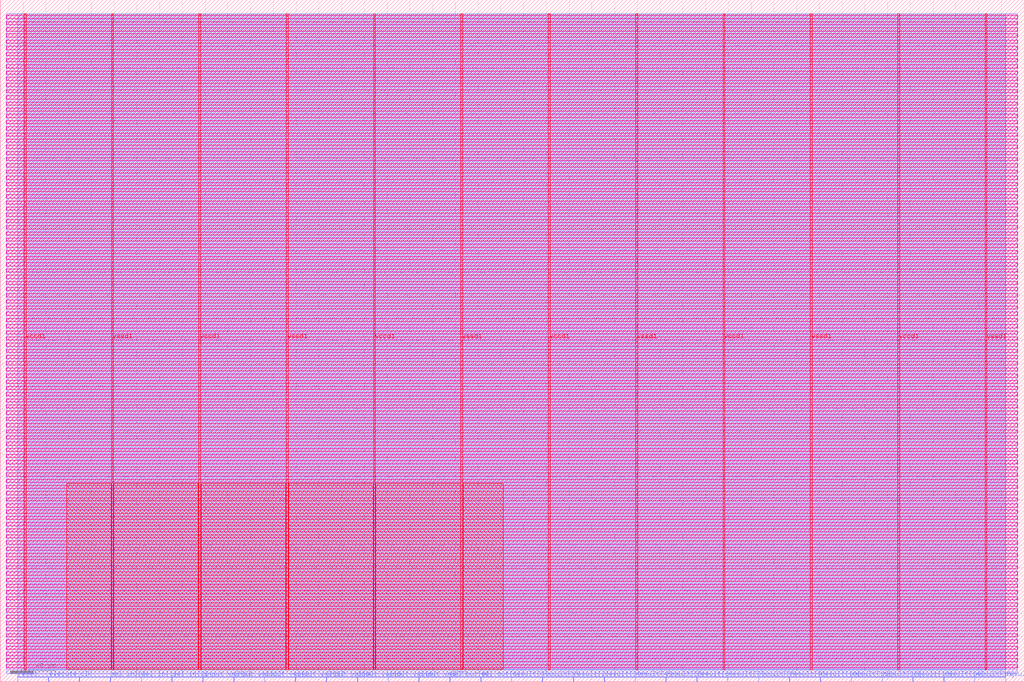
<source format=lef>
VERSION 5.7 ;
  NOWIREEXTENSIONATPIN ON ;
  DIVIDERCHAR "/" ;
  BUSBITCHARS "[]" ;
MACRO matrix_multiply
  CLASS BLOCK ;
  FOREIGN matrix_multiply ;
  ORIGIN 0.000 0.000 ;
  SIZE 900.000 BY 600.000 ;
  PIN clk
    DIRECTION INPUT ;
    USE SIGNAL ;
    PORT
      LAYER met2 ;
        RECT 69.550 0.000 69.830 4.000 ;
    END
  END clk
  PIN execute
    DIRECTION INPUT ;
    USE SIGNAL ;
    PORT
      LAYER met2 ;
        RECT 42.410 0.000 42.690 4.000 ;
    END
  END execute
  PIN input_val[0]
    DIRECTION INPUT ;
    USE SIGNAL ;
    PORT
      LAYER met2 ;
        RECT 178.110 0.000 178.390 4.000 ;
    END
  END input_val[0]
  PIN input_val[1]
    DIRECTION INPUT ;
    USE SIGNAL ;
    PORT
      LAYER met2 ;
        RECT 205.250 0.000 205.530 4.000 ;
    END
  END input_val[1]
  PIN input_val[2]
    DIRECTION INPUT ;
    USE SIGNAL ;
    PORT
      LAYER met2 ;
        RECT 232.390 0.000 232.670 4.000 ;
    END
  END input_val[2]
  PIN input_val[3]
    DIRECTION INPUT ;
    USE SIGNAL ;
    PORT
      LAYER met2 ;
        RECT 259.530 0.000 259.810 4.000 ;
    END
  END input_val[3]
  PIN input_val[4]
    DIRECTION INPUT ;
    USE SIGNAL ;
    PORT
      LAYER met2 ;
        RECT 286.670 0.000 286.950 4.000 ;
    END
  END input_val[4]
  PIN input_val[5]
    DIRECTION INPUT ;
    USE SIGNAL ;
    PORT
      LAYER met2 ;
        RECT 313.810 0.000 314.090 4.000 ;
    END
  END input_val[5]
  PIN input_val[6]
    DIRECTION INPUT ;
    USE SIGNAL ;
    PORT
      LAYER met2 ;
        RECT 340.950 0.000 341.230 4.000 ;
    END
  END input_val[6]
  PIN input_val[7]
    DIRECTION INPUT ;
    USE SIGNAL ;
    PORT
      LAYER met2 ;
        RECT 368.090 0.000 368.370 4.000 ;
    END
  END input_val[7]
  PIN reset
    DIRECTION INPUT ;
    USE SIGNAL ;
    PORT
      LAYER met2 ;
        RECT 15.270 0.000 15.550 4.000 ;
    END
  END reset
  PIN result[0]
    DIRECTION OUTPUT TRISTATE ;
    USE SIGNAL ;
    PORT
      LAYER met2 ;
        RECT 449.510 0.000 449.790 4.000 ;
    END
  END result[0]
  PIN result[10]
    DIRECTION OUTPUT TRISTATE ;
    USE SIGNAL ;
    PORT
      LAYER met2 ;
        RECT 720.910 0.000 721.190 4.000 ;
    END
  END result[10]
  PIN result[11]
    DIRECTION OUTPUT TRISTATE ;
    USE SIGNAL ;
    PORT
      LAYER met2 ;
        RECT 748.050 0.000 748.330 4.000 ;
    END
  END result[11]
  PIN result[12]
    DIRECTION OUTPUT TRISTATE ;
    USE SIGNAL ;
    PORT
      LAYER met2 ;
        RECT 775.190 0.000 775.470 4.000 ;
    END
  END result[12]
  PIN result[13]
    DIRECTION OUTPUT TRISTATE ;
    USE SIGNAL ;
    PORT
      LAYER met2 ;
        RECT 802.330 0.000 802.610 4.000 ;
    END
  END result[13]
  PIN result[14]
    DIRECTION OUTPUT TRISTATE ;
    USE SIGNAL ;
    PORT
      LAYER met2 ;
        RECT 829.470 0.000 829.750 4.000 ;
    END
  END result[14]
  PIN result[15]
    DIRECTION OUTPUT TRISTATE ;
    USE SIGNAL ;
    PORT
      LAYER met2 ;
        RECT 856.610 0.000 856.890 4.000 ;
    END
  END result[15]
  PIN result[16]
    DIRECTION OUTPUT TRISTATE ;
    USE SIGNAL ;
    PORT
      LAYER met2 ;
        RECT 883.750 0.000 884.030 4.000 ;
    END
  END result[16]
  PIN result[1]
    DIRECTION OUTPUT TRISTATE ;
    USE SIGNAL ;
    PORT
      LAYER met2 ;
        RECT 476.650 0.000 476.930 4.000 ;
    END
  END result[1]
  PIN result[2]
    DIRECTION OUTPUT TRISTATE ;
    USE SIGNAL ;
    PORT
      LAYER met2 ;
        RECT 503.790 0.000 504.070 4.000 ;
    END
  END result[2]
  PIN result[3]
    DIRECTION OUTPUT TRISTATE ;
    USE SIGNAL ;
    PORT
      LAYER met2 ;
        RECT 530.930 0.000 531.210 4.000 ;
    END
  END result[3]
  PIN result[4]
    DIRECTION OUTPUT TRISTATE ;
    USE SIGNAL ;
    PORT
      LAYER met2 ;
        RECT 558.070 0.000 558.350 4.000 ;
    END
  END result[4]
  PIN result[5]
    DIRECTION OUTPUT TRISTATE ;
    USE SIGNAL ;
    PORT
      LAYER met2 ;
        RECT 585.210 0.000 585.490 4.000 ;
    END
  END result[5]
  PIN result[6]
    DIRECTION OUTPUT TRISTATE ;
    USE SIGNAL ;
    PORT
      LAYER met2 ;
        RECT 612.350 0.000 612.630 4.000 ;
    END
  END result[6]
  PIN result[7]
    DIRECTION OUTPUT TRISTATE ;
    USE SIGNAL ;
    PORT
      LAYER met2 ;
        RECT 639.490 0.000 639.770 4.000 ;
    END
  END result[7]
  PIN result[8]
    DIRECTION OUTPUT TRISTATE ;
    USE SIGNAL ;
    PORT
      LAYER met2 ;
        RECT 666.630 0.000 666.910 4.000 ;
    END
  END result[8]
  PIN result[9]
    DIRECTION OUTPUT TRISTATE ;
    USE SIGNAL ;
    PORT
      LAYER met2 ;
        RECT 693.770 0.000 694.050 4.000 ;
    END
  END result[9]
  PIN sel_in[0]
    DIRECTION INPUT ;
    USE SIGNAL ;
    PORT
      LAYER met2 ;
        RECT 96.690 0.000 96.970 4.000 ;
    END
  END sel_in[0]
  PIN sel_in[1]
    DIRECTION INPUT ;
    USE SIGNAL ;
    PORT
      LAYER met2 ;
        RECT 123.830 0.000 124.110 4.000 ;
    END
  END sel_in[1]
  PIN sel_in[2]
    DIRECTION INPUT ;
    USE SIGNAL ;
    PORT
      LAYER met2 ;
        RECT 150.970 0.000 151.250 4.000 ;
    END
  END sel_in[2]
  PIN sel_out[0]
    DIRECTION INPUT ;
    USE SIGNAL ;
    PORT
      LAYER met2 ;
        RECT 395.230 0.000 395.510 4.000 ;
    END
  END sel_out[0]
  PIN sel_out[1]
    DIRECTION INPUT ;
    USE SIGNAL ;
    PORT
      LAYER met2 ;
        RECT 422.370 0.000 422.650 4.000 ;
    END
  END sel_out[1]
  PIN vccd1
    DIRECTION INOUT ;
    USE POWER ;
    PORT
      LAYER met4 ;
        RECT 21.040 10.640 22.640 587.760 ;
    END
    PORT
      LAYER met4 ;
        RECT 174.640 10.640 176.240 587.760 ;
    END
    PORT
      LAYER met4 ;
        RECT 328.240 10.640 329.840 587.760 ;
    END
    PORT
      LAYER met4 ;
        RECT 481.840 10.640 483.440 587.760 ;
    END
    PORT
      LAYER met4 ;
        RECT 635.440 10.640 637.040 587.760 ;
    END
    PORT
      LAYER met4 ;
        RECT 789.040 10.640 790.640 587.760 ;
    END
  END vccd1
  PIN vssd1
    DIRECTION INOUT ;
    USE GROUND ;
    PORT
      LAYER met4 ;
        RECT 97.840 10.640 99.440 587.760 ;
    END
    PORT
      LAYER met4 ;
        RECT 251.440 10.640 253.040 587.760 ;
    END
    PORT
      LAYER met4 ;
        RECT 405.040 10.640 406.640 587.760 ;
    END
    PORT
      LAYER met4 ;
        RECT 558.640 10.640 560.240 587.760 ;
    END
    PORT
      LAYER met4 ;
        RECT 712.240 10.640 713.840 587.760 ;
    END
    PORT
      LAYER met4 ;
        RECT 865.840 10.640 867.440 587.760 ;
    END
  END vssd1
  OBS
      LAYER nwell ;
        RECT 5.330 583.385 894.430 586.215 ;
        RECT 5.330 577.945 894.430 580.775 ;
        RECT 5.330 572.505 894.430 575.335 ;
        RECT 5.330 567.065 894.430 569.895 ;
        RECT 5.330 561.625 894.430 564.455 ;
        RECT 5.330 556.185 894.430 559.015 ;
        RECT 5.330 550.745 894.430 553.575 ;
        RECT 5.330 545.305 894.430 548.135 ;
        RECT 5.330 539.865 894.430 542.695 ;
        RECT 5.330 534.425 894.430 537.255 ;
        RECT 5.330 528.985 894.430 531.815 ;
        RECT 5.330 523.545 894.430 526.375 ;
        RECT 5.330 518.105 894.430 520.935 ;
        RECT 5.330 512.665 894.430 515.495 ;
        RECT 5.330 507.225 894.430 510.055 ;
        RECT 5.330 501.785 894.430 504.615 ;
        RECT 5.330 496.345 894.430 499.175 ;
        RECT 5.330 490.905 894.430 493.735 ;
        RECT 5.330 485.465 894.430 488.295 ;
        RECT 5.330 480.025 894.430 482.855 ;
        RECT 5.330 474.585 894.430 477.415 ;
        RECT 5.330 469.145 894.430 471.975 ;
        RECT 5.330 463.705 894.430 466.535 ;
        RECT 5.330 458.265 894.430 461.095 ;
        RECT 5.330 452.825 894.430 455.655 ;
        RECT 5.330 447.385 894.430 450.215 ;
        RECT 5.330 441.945 894.430 444.775 ;
        RECT 5.330 436.505 894.430 439.335 ;
        RECT 5.330 431.065 894.430 433.895 ;
        RECT 5.330 425.625 894.430 428.455 ;
        RECT 5.330 420.185 894.430 423.015 ;
        RECT 5.330 414.745 894.430 417.575 ;
        RECT 5.330 409.305 894.430 412.135 ;
        RECT 5.330 403.865 894.430 406.695 ;
        RECT 5.330 398.425 894.430 401.255 ;
        RECT 5.330 392.985 894.430 395.815 ;
        RECT 5.330 387.545 894.430 390.375 ;
        RECT 5.330 382.105 894.430 384.935 ;
        RECT 5.330 376.665 894.430 379.495 ;
        RECT 5.330 371.225 894.430 374.055 ;
        RECT 5.330 365.785 894.430 368.615 ;
        RECT 5.330 360.345 894.430 363.175 ;
        RECT 5.330 354.905 894.430 357.735 ;
        RECT 5.330 349.465 894.430 352.295 ;
        RECT 5.330 344.025 894.430 346.855 ;
        RECT 5.330 338.585 894.430 341.415 ;
        RECT 5.330 333.145 894.430 335.975 ;
        RECT 5.330 327.705 894.430 330.535 ;
        RECT 5.330 322.265 894.430 325.095 ;
        RECT 5.330 316.825 894.430 319.655 ;
        RECT 5.330 311.385 894.430 314.215 ;
        RECT 5.330 305.945 894.430 308.775 ;
        RECT 5.330 300.505 894.430 303.335 ;
        RECT 5.330 295.065 894.430 297.895 ;
        RECT 5.330 289.625 894.430 292.455 ;
        RECT 5.330 284.185 894.430 287.015 ;
        RECT 5.330 278.745 894.430 281.575 ;
        RECT 5.330 273.305 894.430 276.135 ;
        RECT 5.330 267.865 894.430 270.695 ;
        RECT 5.330 262.425 894.430 265.255 ;
        RECT 5.330 256.985 894.430 259.815 ;
        RECT 5.330 251.545 894.430 254.375 ;
        RECT 5.330 246.105 894.430 248.935 ;
        RECT 5.330 240.665 894.430 243.495 ;
        RECT 5.330 235.225 894.430 238.055 ;
        RECT 5.330 229.785 894.430 232.615 ;
        RECT 5.330 224.345 894.430 227.175 ;
        RECT 5.330 218.905 894.430 221.735 ;
        RECT 5.330 213.465 894.430 216.295 ;
        RECT 5.330 208.025 894.430 210.855 ;
        RECT 5.330 202.585 894.430 205.415 ;
        RECT 5.330 197.145 894.430 199.975 ;
        RECT 5.330 191.705 894.430 194.535 ;
        RECT 5.330 186.265 894.430 189.095 ;
        RECT 5.330 180.825 894.430 183.655 ;
        RECT 5.330 175.385 894.430 178.215 ;
        RECT 5.330 169.945 894.430 172.775 ;
        RECT 5.330 164.505 894.430 167.335 ;
        RECT 5.330 159.065 894.430 161.895 ;
        RECT 5.330 153.625 894.430 156.455 ;
        RECT 5.330 148.185 894.430 151.015 ;
        RECT 5.330 142.745 894.430 145.575 ;
        RECT 5.330 137.305 894.430 140.135 ;
        RECT 5.330 131.865 894.430 134.695 ;
        RECT 5.330 126.425 894.430 129.255 ;
        RECT 5.330 120.985 894.430 123.815 ;
        RECT 5.330 115.545 894.430 118.375 ;
        RECT 5.330 110.105 894.430 112.935 ;
        RECT 5.330 104.665 894.430 107.495 ;
        RECT 5.330 99.225 894.430 102.055 ;
        RECT 5.330 93.785 894.430 96.615 ;
        RECT 5.330 88.345 894.430 91.175 ;
        RECT 5.330 82.905 894.430 85.735 ;
        RECT 5.330 77.465 894.430 80.295 ;
        RECT 5.330 72.025 894.430 74.855 ;
        RECT 5.330 66.585 894.430 69.415 ;
        RECT 5.330 61.145 894.430 63.975 ;
        RECT 5.330 55.705 894.430 58.535 ;
        RECT 5.330 50.265 894.430 53.095 ;
        RECT 5.330 44.825 894.430 47.655 ;
        RECT 5.330 39.385 894.430 42.215 ;
        RECT 5.330 33.945 894.430 36.775 ;
        RECT 5.330 28.505 894.430 31.335 ;
        RECT 5.330 23.065 894.430 25.895 ;
        RECT 5.330 17.625 894.430 20.455 ;
        RECT 5.330 12.185 894.430 15.015 ;
      LAYER li1 ;
        RECT 5.520 10.795 894.240 587.605 ;
      LAYER met1 ;
        RECT 5.520 7.180 894.240 587.760 ;
      LAYER met2 ;
        RECT 15.280 4.280 884.020 587.705 ;
        RECT 15.830 4.000 42.130 4.280 ;
        RECT 42.970 4.000 69.270 4.280 ;
        RECT 70.110 4.000 96.410 4.280 ;
        RECT 97.250 4.000 123.550 4.280 ;
        RECT 124.390 4.000 150.690 4.280 ;
        RECT 151.530 4.000 177.830 4.280 ;
        RECT 178.670 4.000 204.970 4.280 ;
        RECT 205.810 4.000 232.110 4.280 ;
        RECT 232.950 4.000 259.250 4.280 ;
        RECT 260.090 4.000 286.390 4.280 ;
        RECT 287.230 4.000 313.530 4.280 ;
        RECT 314.370 4.000 340.670 4.280 ;
        RECT 341.510 4.000 367.810 4.280 ;
        RECT 368.650 4.000 394.950 4.280 ;
        RECT 395.790 4.000 422.090 4.280 ;
        RECT 422.930 4.000 449.230 4.280 ;
        RECT 450.070 4.000 476.370 4.280 ;
        RECT 477.210 4.000 503.510 4.280 ;
        RECT 504.350 4.000 530.650 4.280 ;
        RECT 531.490 4.000 557.790 4.280 ;
        RECT 558.630 4.000 584.930 4.280 ;
        RECT 585.770 4.000 612.070 4.280 ;
        RECT 612.910 4.000 639.210 4.280 ;
        RECT 640.050 4.000 666.350 4.280 ;
        RECT 667.190 4.000 693.490 4.280 ;
        RECT 694.330 4.000 720.630 4.280 ;
        RECT 721.470 4.000 747.770 4.280 ;
        RECT 748.610 4.000 774.910 4.280 ;
        RECT 775.750 4.000 802.050 4.280 ;
        RECT 802.890 4.000 829.190 4.280 ;
        RECT 830.030 4.000 856.330 4.280 ;
        RECT 857.170 4.000 883.470 4.280 ;
      LAYER met3 ;
        RECT 20.765 10.715 883.595 587.685 ;
      LAYER met4 ;
        RECT 58.255 11.055 97.440 174.585 ;
        RECT 99.840 11.055 174.240 174.585 ;
        RECT 176.640 11.055 251.040 174.585 ;
        RECT 253.440 11.055 327.840 174.585 ;
        RECT 330.240 11.055 404.640 174.585 ;
        RECT 407.040 11.055 442.225 174.585 ;
  END
END matrix_multiply
END LIBRARY


</source>
